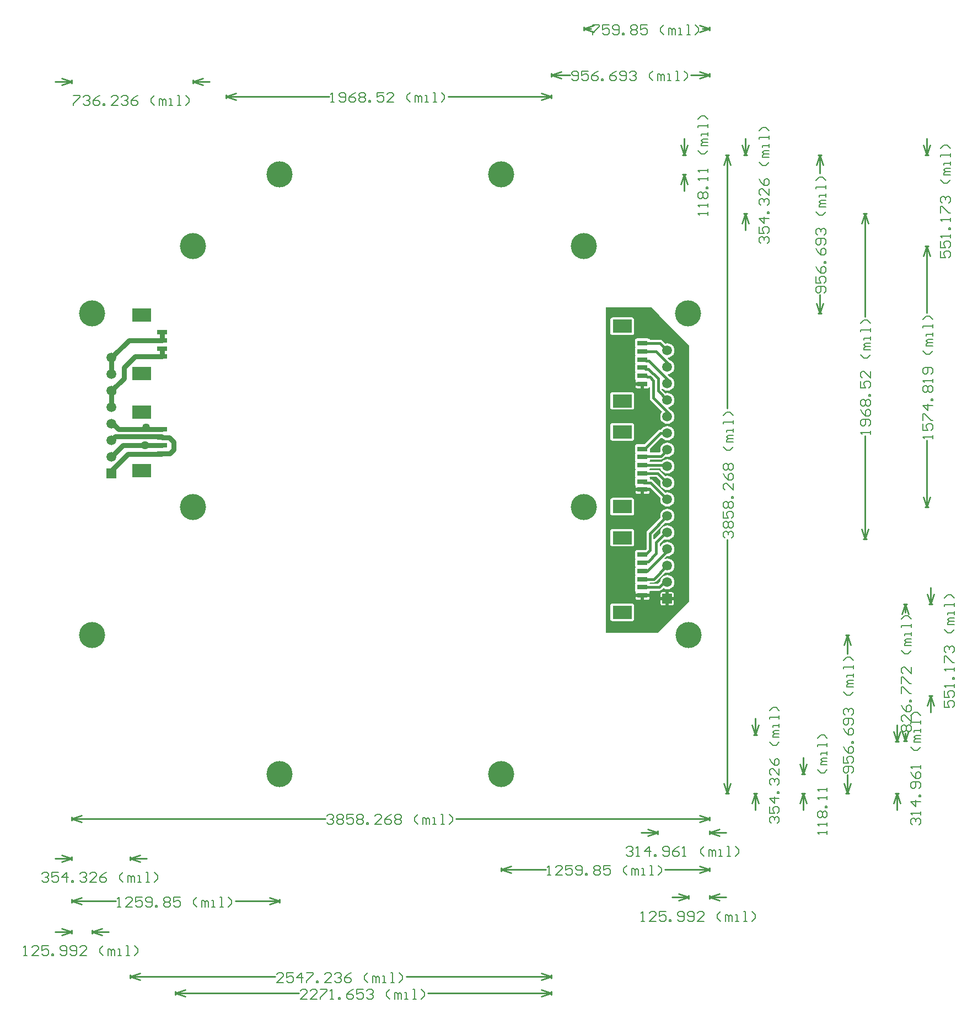
<source format=gbl>
G04*
G04 #@! TF.GenerationSoftware,Altium Limited,Altium Designer,18.1.7 (191)*
G04*
G04 Layer_Physical_Order=2*
G04 Layer_Color=16711680*
%FSLAX25Y25*%
%MOIN*%
G70*
G01*
G75*
%ADD13C,0.01000*%
%ADD14C,0.00600*%
%ADD19C,0.03000*%
%ADD20C,0.05906*%
%ADD21R,0.05906X0.05906*%
%ADD22C,0.15748*%
%ADD23C,0.05000*%
%ADD24R,0.11811X0.07874*%
%ADD25R,0.06299X0.03150*%
%ADD26C,0.01500*%
%ADD27C,0.02000*%
G36*
X355800Y288900D02*
X373800Y270900D01*
Y250500D01*
Y115900D01*
X372500Y114600D01*
X355000Y97100D01*
X323300D01*
Y293600D01*
X351100D01*
X355800Y288900D01*
D02*
G37*
%LPC*%
G36*
X339201Y287605D02*
X327390D01*
X326883Y287504D01*
X326452Y287217D01*
X326165Y286787D01*
X326064Y286280D01*
Y278405D01*
X326165Y277898D01*
X326452Y277468D01*
X326883Y277181D01*
X327390Y277080D01*
X339201D01*
X339708Y277181D01*
X340138Y277468D01*
X340425Y277898D01*
X340526Y278405D01*
Y286280D01*
X340425Y286787D01*
X340138Y287217D01*
X339708Y287504D01*
X339201Y287605D01*
D02*
G37*
G36*
X344500Y246500D02*
X341331D01*
Y245925D01*
X341408Y245535D01*
X341629Y245204D01*
X341960Y244983D01*
X342350Y244906D01*
X344500D01*
Y246500D01*
D02*
G37*
G36*
X348650Y275007D02*
X342350D01*
X341843Y274906D01*
X341413Y274618D01*
X341126Y274188D01*
X341025Y273681D01*
Y270532D01*
X341126Y270024D01*
X341379Y269646D01*
X341126Y269267D01*
X341025Y268760D01*
Y265610D01*
X341126Y265103D01*
X341379Y264724D01*
X341126Y264346D01*
X341025Y263839D01*
Y260689D01*
X341126Y260182D01*
X341379Y259803D01*
X341126Y259425D01*
X341025Y258917D01*
Y255768D01*
X341126Y255260D01*
X341379Y254882D01*
X341126Y254503D01*
X341025Y253996D01*
Y250847D01*
X341126Y250339D01*
X341413Y249909D01*
X341480Y249572D01*
X341408Y249465D01*
X341331Y249075D01*
Y248500D01*
X345500D01*
Y247500D01*
X346500D01*
Y244906D01*
X348650D01*
X349040Y244983D01*
X349371Y245204D01*
X349522Y245431D01*
X350022Y245333D01*
Y239013D01*
X350022Y239013D01*
X350182Y238213D01*
X350635Y237534D01*
X357453Y230716D01*
X356785Y229845D01*
X356357Y228810D01*
X356211Y227700D01*
X356357Y226590D01*
X356785Y225555D01*
X357467Y224667D01*
X358355Y223985D01*
X359390Y223557D01*
X360500Y223411D01*
X361610Y223557D01*
X362645Y223985D01*
X363533Y224667D01*
X364215Y225555D01*
X364643Y226590D01*
X364789Y227700D01*
X364643Y228810D01*
X364215Y229845D01*
X363533Y230733D01*
X362737Y231344D01*
X361050Y233031D01*
X361211Y233504D01*
X361610Y233557D01*
X362645Y233985D01*
X363533Y234667D01*
X364215Y235555D01*
X364643Y236590D01*
X364789Y237700D01*
X364643Y238810D01*
X364215Y239845D01*
X363533Y240733D01*
X362645Y241415D01*
X361610Y241843D01*
X360500Y241989D01*
X359390Y241843D01*
X359335Y241821D01*
X357117Y244039D01*
X357157Y244315D01*
X357688Y244497D01*
X358355Y243985D01*
X359390Y243557D01*
X360500Y243411D01*
X361610Y243557D01*
X362645Y243985D01*
X363533Y244667D01*
X364215Y245555D01*
X364643Y246590D01*
X364789Y247700D01*
X364643Y248810D01*
X364215Y249845D01*
X363533Y250733D01*
X362645Y251415D01*
X362058Y251658D01*
X361978Y251778D01*
X360809Y252947D01*
X360988Y253475D01*
X361610Y253557D01*
X362645Y253985D01*
X363533Y254667D01*
X364215Y255555D01*
X364643Y256590D01*
X364789Y257700D01*
X364643Y258810D01*
X364215Y259845D01*
X363533Y260733D01*
X362645Y261415D01*
X362058Y261658D01*
X361978Y261778D01*
X361978Y261778D01*
X360809Y262947D01*
X360988Y263475D01*
X361610Y263557D01*
X362645Y263985D01*
X363533Y264667D01*
X364215Y265555D01*
X364643Y266590D01*
X364789Y267700D01*
X364643Y268810D01*
X364215Y269845D01*
X363533Y270733D01*
X362645Y271415D01*
X361610Y271843D01*
X360500Y271989D01*
X359390Y271843D01*
X359335Y271821D01*
X357572Y273584D01*
X356894Y274037D01*
X356094Y274197D01*
X356094Y274197D01*
X349869D01*
X349587Y274618D01*
X349157Y274906D01*
X348650Y275007D01*
D02*
G37*
G36*
X339201Y242526D02*
X327390D01*
X326883Y242425D01*
X326452Y242138D01*
X326165Y241708D01*
X326064Y241201D01*
Y233327D01*
X326165Y232820D01*
X326452Y232389D01*
X326883Y232102D01*
X327390Y232001D01*
X339201D01*
X339708Y232102D01*
X340138Y232389D01*
X340425Y232820D01*
X340526Y233327D01*
Y241201D01*
X340425Y241708D01*
X340138Y242138D01*
X339708Y242425D01*
X339201Y242526D01*
D02*
G37*
G36*
X360500Y221989D02*
X359390Y221843D01*
X358355Y221415D01*
X357467Y220733D01*
X356785Y219845D01*
X356763Y219790D01*
X356300D01*
X356300Y219790D01*
X355500Y219631D01*
X354822Y219178D01*
X346751Y211107D01*
X342350D01*
X341843Y211006D01*
X341413Y210718D01*
X341126Y210288D01*
X341025Y209781D01*
Y206631D01*
X341126Y206124D01*
X341379Y205746D01*
X341126Y205367D01*
X341025Y204860D01*
Y201710D01*
X341126Y201203D01*
X341379Y200824D01*
X341126Y200446D01*
X341025Y199939D01*
Y196789D01*
X341126Y196282D01*
X341379Y195903D01*
X341126Y195525D01*
X341025Y195017D01*
Y191868D01*
X341126Y191360D01*
X341379Y190982D01*
X341126Y190603D01*
X341025Y190096D01*
Y186946D01*
X341126Y186439D01*
X341413Y186009D01*
X341480Y185672D01*
X341408Y185565D01*
X341331Y185175D01*
Y184600D01*
X345500D01*
X349669D01*
Y184868D01*
X350169Y185075D01*
X356379Y178865D01*
X356357Y178810D01*
X356211Y177700D01*
X356357Y176590D01*
X356785Y175555D01*
X357467Y174667D01*
X358355Y173985D01*
X359390Y173557D01*
X360500Y173410D01*
X361610Y173557D01*
X362645Y173985D01*
X363533Y174667D01*
X364215Y175555D01*
X364643Y176590D01*
X364789Y177700D01*
X364643Y178810D01*
X364215Y179845D01*
X363533Y180733D01*
X362645Y181415D01*
X361610Y181843D01*
X360500Y181990D01*
X359390Y181843D01*
X359335Y181821D01*
X351978Y189178D01*
X351300Y189631D01*
X350500Y189790D01*
X350500Y189790D01*
X349975D01*
Y190096D01*
X349874Y190603D01*
X349646Y190945D01*
X349898Y191352D01*
X353892D01*
X356379Y188865D01*
X356357Y188810D01*
X356211Y187700D01*
X356357Y186590D01*
X356785Y185555D01*
X357467Y184667D01*
X358355Y183985D01*
X359390Y183557D01*
X360500Y183411D01*
X361610Y183557D01*
X362645Y183985D01*
X363533Y184667D01*
X364215Y185555D01*
X364643Y186590D01*
X364789Y187700D01*
X364643Y188810D01*
X364215Y189845D01*
X363533Y190733D01*
X362645Y191415D01*
X361610Y191843D01*
X360500Y191990D01*
X359390Y191843D01*
X359335Y191821D01*
X356235Y194921D01*
X355557Y195374D01*
X354757Y195533D01*
X354757Y195533D01*
X350002D01*
X349786Y195903D01*
X350002Y196274D01*
X356488D01*
X356785Y195555D01*
X357467Y194667D01*
X358355Y193985D01*
X359390Y193557D01*
X360500Y193411D01*
X361610Y193557D01*
X362645Y193985D01*
X363533Y194667D01*
X364215Y195555D01*
X364643Y196590D01*
X364789Y197700D01*
X364643Y198810D01*
X364215Y199845D01*
X363533Y200733D01*
X362645Y201415D01*
X361610Y201843D01*
X360500Y201990D01*
X359390Y201843D01*
X358355Y201415D01*
X357467Y200733D01*
X357253Y200454D01*
X349898D01*
X349646Y200862D01*
X349874Y201203D01*
X349975Y201710D01*
Y201810D01*
X356700D01*
X356700Y201810D01*
X357500Y201969D01*
X358178Y202422D01*
X359335Y203579D01*
X359390Y203557D01*
X360500Y203411D01*
X361610Y203557D01*
X362645Y203985D01*
X363533Y204667D01*
X364215Y205555D01*
X364643Y206590D01*
X364789Y207700D01*
X364643Y208810D01*
X364215Y209845D01*
X363533Y210733D01*
X362645Y211415D01*
X361610Y211843D01*
X360500Y211989D01*
X359390Y211843D01*
X358355Y211415D01*
X357467Y210733D01*
X356785Y209845D01*
X356357Y208810D01*
X356211Y207700D01*
X356357Y206590D01*
X356379Y206535D01*
X355834Y205990D01*
X350340D01*
X349947Y206490D01*
X349975Y206631D01*
Y208419D01*
X356659Y215103D01*
X357158Y215070D01*
X357467Y214667D01*
X358355Y213985D01*
X359390Y213557D01*
X360500Y213411D01*
X361610Y213557D01*
X362645Y213985D01*
X363533Y214667D01*
X364215Y215555D01*
X364643Y216590D01*
X364789Y217700D01*
X364643Y218810D01*
X364215Y219845D01*
X363533Y220733D01*
X362645Y221415D01*
X361610Y221843D01*
X360500Y221989D01*
D02*
G37*
G36*
X339201Y223705D02*
X327390D01*
X326883Y223604D01*
X326452Y223317D01*
X326165Y222887D01*
X326064Y222379D01*
Y214506D01*
X326165Y213998D01*
X326452Y213568D01*
X326883Y213281D01*
X327390Y213180D01*
X339201D01*
X339708Y213281D01*
X340138Y213568D01*
X340425Y213998D01*
X340526Y214506D01*
Y222379D01*
X340425Y222887D01*
X340138Y223317D01*
X339708Y223604D01*
X339201Y223705D01*
D02*
G37*
G36*
X349669Y182600D02*
X346500D01*
Y181006D01*
X348650D01*
X349040Y181083D01*
X349371Y181304D01*
X349592Y181635D01*
X349669Y182025D01*
Y182600D01*
D02*
G37*
G36*
X344500D02*
X341331D01*
Y182025D01*
X341408Y181635D01*
X341629Y181304D01*
X341960Y181083D01*
X342350Y181006D01*
X344500D01*
Y182600D01*
D02*
G37*
G36*
X339201Y178626D02*
X327390D01*
X326883Y178525D01*
X326452Y178238D01*
X326165Y177808D01*
X326064Y177301D01*
Y169427D01*
X326165Y168920D01*
X326452Y168490D01*
X326883Y168202D01*
X327390Y168101D01*
X339201D01*
X339708Y168202D01*
X340138Y168490D01*
X340425Y168920D01*
X340526Y169427D01*
Y177301D01*
X340425Y177808D01*
X340138Y178238D01*
X339708Y178525D01*
X339201Y178626D01*
D02*
G37*
G36*
X360500Y171990D02*
X359390Y171843D01*
X358355Y171415D01*
X357467Y170733D01*
X356785Y169845D01*
X356357Y168810D01*
X356211Y167700D01*
X356357Y166590D01*
X356379Y166535D01*
X348522Y158678D01*
X348069Y158000D01*
X347910Y157200D01*
X347910Y157200D01*
Y147866D01*
X347251Y147207D01*
X342350D01*
X341843Y147106D01*
X341413Y146818D01*
X341126Y146388D01*
X341025Y145881D01*
Y142731D01*
X341126Y142224D01*
X341379Y141846D01*
X341126Y141467D01*
X341025Y140960D01*
Y137810D01*
X341126Y137303D01*
X341379Y136924D01*
X341126Y136546D01*
X341025Y136039D01*
Y132889D01*
X341126Y132382D01*
X341379Y132003D01*
X341126Y131625D01*
X341025Y131117D01*
Y127968D01*
X341126Y127461D01*
X341379Y127082D01*
X341126Y126703D01*
X341025Y126196D01*
Y123047D01*
X341126Y122539D01*
X341413Y122109D01*
X341480Y121772D01*
X341408Y121665D01*
X341331Y121275D01*
Y120700D01*
X345500D01*
X349669D01*
Y121275D01*
X349592Y121665D01*
X349520Y121772D01*
X349587Y122109D01*
X349869Y122531D01*
X355621D01*
X355621Y122531D01*
X356421Y122690D01*
X357099Y123143D01*
X358121Y124165D01*
X358355Y123985D01*
X359390Y123557D01*
X360500Y123410D01*
X361610Y123557D01*
X362645Y123985D01*
X363533Y124667D01*
X364215Y125555D01*
X364643Y126590D01*
X364789Y127700D01*
X364643Y128810D01*
X364215Y129845D01*
X363533Y130733D01*
X362645Y131415D01*
X361610Y131843D01*
X360500Y131990D01*
X359390Y131843D01*
X358355Y131415D01*
X357467Y130733D01*
X356785Y129845D01*
X356357Y128810D01*
X356281Y128237D01*
X354755Y126711D01*
X350002D01*
X349786Y127082D01*
X350002Y127452D01*
X352343D01*
X352343Y127452D01*
X353142Y127611D01*
X353820Y128065D01*
X359335Y133579D01*
X359390Y133557D01*
X360500Y133411D01*
X361610Y133557D01*
X362354Y133865D01*
X362447Y133883D01*
X362526Y133936D01*
X362645Y133985D01*
X362948Y134218D01*
X363208Y134392D01*
X363319Y134503D01*
X363533Y134667D01*
X364215Y135555D01*
X364643Y136590D01*
X364789Y137700D01*
X364643Y138810D01*
X364215Y139845D01*
X363533Y140733D01*
X362645Y141415D01*
X361610Y141843D01*
X360500Y141990D01*
X359390Y141843D01*
X359142Y141741D01*
X358859Y142165D01*
X360151Y143456D01*
X360500Y143411D01*
X361610Y143557D01*
X362645Y143985D01*
X363533Y144667D01*
X364215Y145555D01*
X364643Y146590D01*
X364789Y147700D01*
X364643Y148810D01*
X364215Y149845D01*
X363533Y150733D01*
X362645Y151415D01*
X361610Y151843D01*
X360500Y151989D01*
X359390Y151843D01*
X358355Y151415D01*
X357467Y150733D01*
X356785Y149845D01*
X356357Y148810D01*
X355890Y148926D01*
Y151034D01*
X358699Y153843D01*
X359390Y153557D01*
X360500Y153410D01*
X361610Y153557D01*
X362645Y153985D01*
X363533Y154667D01*
X364215Y155555D01*
X364643Y156590D01*
X364789Y157700D01*
X364643Y158810D01*
X364215Y159845D01*
X363533Y160733D01*
X362645Y161415D01*
X361610Y161843D01*
X360500Y161989D01*
X359390Y161843D01*
X358355Y161415D01*
X357467Y160733D01*
X356785Y159845D01*
X356357Y158810D01*
X356211Y157700D01*
X356261Y157317D01*
X352590Y153646D01*
X352090Y153853D01*
Y156334D01*
X359335Y163579D01*
X359390Y163557D01*
X360500Y163410D01*
X361610Y163557D01*
X362645Y163985D01*
X363533Y164667D01*
X364215Y165555D01*
X364643Y166590D01*
X364789Y167700D01*
X364643Y168810D01*
X364215Y169845D01*
X363533Y170733D01*
X362645Y171415D01*
X361610Y171843D01*
X360500Y171990D01*
D02*
G37*
G36*
X339201Y159805D02*
X327390D01*
X326883Y159704D01*
X326452Y159417D01*
X326165Y158987D01*
X326064Y158479D01*
Y150605D01*
X326165Y150098D01*
X326452Y149668D01*
X326883Y149381D01*
X327390Y149280D01*
X339201D01*
X339708Y149381D01*
X340138Y149668D01*
X340425Y150098D01*
X340526Y150605D01*
Y158479D01*
X340425Y158987D01*
X340138Y159417D01*
X339708Y159704D01*
X339201Y159805D01*
D02*
G37*
G36*
X363453Y121672D02*
X361500D01*
Y118700D01*
X364472D01*
Y120653D01*
X364395Y121043D01*
X364174Y121374D01*
X363843Y121595D01*
X363453Y121672D01*
D02*
G37*
G36*
X359500D02*
X357547D01*
X357157Y121595D01*
X356826Y121374D01*
X356605Y121043D01*
X356528Y120653D01*
Y118700D01*
X359500D01*
Y121672D01*
D02*
G37*
G36*
X349669Y118700D02*
X346500D01*
Y117106D01*
X348650D01*
X349040Y117183D01*
X349371Y117404D01*
X349592Y117735D01*
X349669Y118125D01*
Y118700D01*
D02*
G37*
G36*
X344500D02*
X341331D01*
Y118125D01*
X341408Y117735D01*
X341629Y117404D01*
X341960Y117183D01*
X342350Y117106D01*
X344500D01*
Y118700D01*
D02*
G37*
G36*
X364472Y116700D02*
X361500D01*
Y113728D01*
X363453D01*
X363843Y113805D01*
X364174Y114026D01*
X364395Y114357D01*
X364472Y114747D01*
Y116700D01*
D02*
G37*
G36*
X359500D02*
X356528D01*
Y114747D01*
X356605Y114357D01*
X356826Y114026D01*
X357157Y113805D01*
X357547Y113728D01*
X359500D01*
Y116700D01*
D02*
G37*
G36*
X339201Y114726D02*
X327390D01*
X326883Y114625D01*
X326452Y114338D01*
X326165Y113908D01*
X326064Y113401D01*
Y105527D01*
X326165Y105019D01*
X326452Y104589D01*
X326883Y104302D01*
X327390Y104201D01*
X339201D01*
X339708Y104302D01*
X340138Y104589D01*
X340425Y105019D01*
X340526Y105527D01*
Y113401D01*
X340425Y113908D01*
X340138Y114338D01*
X339708Y114625D01*
X339201Y114726D01*
D02*
G37*
%LPD*%
D13*
X73824Y429100D02*
Y431100D01*
X200Y429100D02*
Y431100D01*
X73824Y430100D02*
X79824Y428100D01*
X73824Y430100D02*
X79824Y432100D01*
X-5800Y428100D02*
X200Y430100D01*
X-5800Y432100D02*
X200Y430100D01*
X73824D02*
X83824D01*
X-9800D02*
X200D01*
X386100Y461100D02*
Y463100D01*
X310115Y461100D02*
Y463100D01*
X380100Y460100D02*
X386100Y462100D01*
X380100Y464100D02*
X386100Y462100D01*
X310115D02*
X316115Y460100D01*
X310115Y462100D02*
X316115Y464100D01*
X381697Y462100D02*
X386100D01*
X310115D02*
X314518D01*
X516300Y330700D02*
X518300D01*
X516300Y173218D02*
X518300D01*
X517300Y330700D02*
X519300Y324700D01*
X515300D02*
X517300Y330700D01*
Y173218D02*
X519300Y179218D01*
X515300D02*
X517300Y173218D01*
Y290547D02*
Y330700D01*
Y173218D02*
Y213371D01*
X516400Y385900D02*
X518400D01*
X516400Y330783D02*
X518400D01*
X517400Y385900D02*
X519400Y391900D01*
X515400D02*
X517400Y385900D01*
Y330783D02*
X519400Y324783D01*
X515400D02*
X517400Y330783D01*
Y385900D02*
Y395900D01*
Y320783D02*
Y330783D01*
X478900Y350500D02*
X480900D01*
X478900Y153648D02*
X480900D01*
X479900Y350500D02*
X481900Y344500D01*
X477900D02*
X479900Y350500D01*
Y153648D02*
X481900Y159648D01*
X477900D02*
X479900Y153648D01*
Y288163D02*
Y350500D01*
Y153648D02*
Y215985D01*
X290400Y420200D02*
Y422200D01*
X93548Y420200D02*
Y422200D01*
X284400Y419200D02*
X290400Y421200D01*
X284400Y423200D02*
X290400Y421200D01*
X93548D02*
X99548Y419200D01*
X93548Y421200D02*
X99548Y423200D01*
X228063Y421200D02*
X290400D01*
X93548D02*
X155885D01*
X386100Y433200D02*
Y435200D01*
X290431Y433200D02*
Y435200D01*
X380100Y432200D02*
X386100Y434200D01*
X380100Y436200D02*
X386100Y434200D01*
X290431D02*
X296431Y432200D01*
X290431Y434200D02*
X296431Y436200D01*
X374854Y434200D02*
X386100D01*
X290431D02*
X301677D01*
X290300Y-121600D02*
Y-119600D01*
X63135Y-121600D02*
Y-119600D01*
X284300Y-122600D02*
X290300Y-120600D01*
X284300Y-118600D02*
X290300Y-120600D01*
X63135D02*
X69135Y-122600D01*
X63135Y-120600D02*
X69135Y-118600D01*
X215805Y-120600D02*
X290300D01*
X63135D02*
X137629D01*
X290324Y-111500D02*
Y-109500D01*
X35600Y-111500D02*
Y-109500D01*
X284324Y-112500D02*
X290324Y-110500D01*
X284324Y-108500D02*
X290324Y-110500D01*
X35600D02*
X41600Y-112500D01*
X35600Y-110500D02*
X41600Y-108500D01*
X202550Y-110500D02*
X290324D01*
X35600D02*
X123374D01*
X518600Y114300D02*
X520600D01*
X518600Y59183D02*
X520600D01*
X519600Y114300D02*
X521600Y120300D01*
X517600D02*
X519600Y114300D01*
Y59183D02*
X521600Y53183D01*
X517600D02*
X519600Y59183D01*
Y114300D02*
Y124300D01*
Y49183D02*
Y59183D01*
X503500Y114277D02*
X505500D01*
X503500Y31600D02*
X505500D01*
X504500Y114277D02*
X506500Y108277D01*
X502500D02*
X504500Y114277D01*
Y31600D02*
X506500Y37600D01*
X502500D02*
X504500Y31600D01*
Y109527D02*
Y114277D01*
Y31600D02*
Y36350D01*
X498200Y31596D02*
X500200D01*
X498200Y100D02*
X500200D01*
X499200Y31596D02*
X501200Y37596D01*
X497200D02*
X499200Y31596D01*
Y100D02*
X501200Y-5900D01*
X497200D02*
X499200Y100D01*
Y31596D02*
Y41596D01*
Y-9900D02*
Y100D01*
X12800Y-84600D02*
Y-82600D01*
X201Y-84600D02*
Y-82600D01*
X12800Y-83600D02*
X18800Y-85600D01*
X12800Y-83600D02*
X18800Y-81600D01*
X-5799Y-85600D02*
X201Y-83600D01*
X-5799Y-81600D02*
X201Y-83600D01*
X12800D02*
X22800D01*
X-9799D02*
X201D01*
X386100Y-63700D02*
Y-61700D01*
X373501Y-63700D02*
Y-61700D01*
X386100Y-62700D02*
X392100Y-64700D01*
X386100Y-62700D02*
X392100Y-60700D01*
X367501Y-64700D02*
X373501Y-62700D01*
X367501Y-60700D02*
X373501Y-62700D01*
X386100D02*
X396100D01*
X363501D02*
X373501D01*
X451700Y385900D02*
X453700D01*
X451700Y290231D02*
X453700D01*
X452700Y385900D02*
X454700Y379900D01*
X450700D02*
X452700Y385900D01*
Y290231D02*
X454700Y296231D01*
X450700D02*
X452700Y290231D01*
Y374654D02*
Y385900D01*
Y290231D02*
Y301477D01*
X468500Y95769D02*
X470500D01*
X468500Y100D02*
X470500D01*
X469500Y95769D02*
X471500Y89769D01*
X467500D02*
X469500Y95769D01*
Y100D02*
X471500Y6100D01*
X467500D02*
X469500Y100D01*
Y84523D02*
Y95769D01*
Y100D02*
Y11346D01*
X369700Y385900D02*
X371700D01*
X369700Y374089D02*
X371700D01*
X370700Y385900D02*
X372700Y391900D01*
X368700D02*
X370700Y385900D01*
Y374089D02*
X372700Y368089D01*
X368700D02*
X370700Y374089D01*
Y385900D02*
Y395900D01*
Y364089D02*
Y374089D01*
X441800Y11911D02*
X443800D01*
X441800Y100D02*
X443800D01*
X442800Y11911D02*
X444800Y17911D01*
X440800D02*
X442800Y11911D01*
Y100D02*
X444800Y-5900D01*
X440800D02*
X442800Y100D01*
Y11911D02*
Y21911D01*
Y-9900D02*
Y100D01*
X126185Y-66000D02*
Y-64000D01*
X200Y-66000D02*
Y-64000D01*
X120185Y-67000D02*
X126185Y-65000D01*
X120185Y-63000D02*
X126185Y-65000D01*
X200D02*
X6200Y-67000D01*
X200Y-65000D02*
X6200Y-63000D01*
X99281Y-65000D02*
X126185D01*
X200D02*
X27104D01*
X386100Y-46800D02*
Y-44800D01*
X260115Y-46800D02*
Y-44800D01*
X380100Y-47800D02*
X386100Y-45800D01*
X380100Y-43800D02*
X386100Y-45800D01*
X260115D02*
X266115Y-47800D01*
X260115Y-45800D02*
X266115Y-43800D01*
X359196Y-45800D02*
X386100D01*
X260115D02*
X287019D01*
X386100Y-16100D02*
Y-14100D01*
X273Y-16100D02*
Y-14100D01*
X380100Y-17100D02*
X386100Y-15100D01*
X380100Y-13100D02*
X386100Y-15100D01*
X273D02*
X6273Y-17100D01*
X273Y-15100D02*
X6273Y-13100D01*
X232774Y-15100D02*
X386100D01*
X273D02*
X153599D01*
X395800Y385927D02*
X397800D01*
X395800Y100D02*
X397800D01*
X396800Y385927D02*
X398800Y379927D01*
X394800D02*
X396800Y385927D01*
Y100D02*
X398800Y6100D01*
X394800D02*
X396800Y100D01*
Y232601D02*
Y385927D01*
Y100D02*
Y153426D01*
X412800Y35533D02*
X414800D01*
X412800Y100D02*
X414800D01*
X413800Y35533D02*
X415800Y41533D01*
X411800D02*
X413800Y35533D01*
Y100D02*
X415800Y-5900D01*
X411800D02*
X413800Y100D01*
Y35533D02*
Y45533D01*
Y-9900D02*
Y100D01*
X406700Y385900D02*
X408700D01*
X406700Y350467D02*
X408700D01*
X407700Y385900D02*
X409700Y391900D01*
X405700D02*
X407700Y385900D01*
Y350467D02*
X409700Y344467D01*
X405700D02*
X407700Y350467D01*
Y385900D02*
Y395900D01*
Y340467D02*
Y350467D01*
X35633Y-40300D02*
Y-38300D01*
X200Y-40300D02*
Y-38300D01*
X35633Y-39300D02*
X41633Y-41300D01*
X35633Y-39300D02*
X41633Y-37300D01*
X-5800Y-41300D02*
X200Y-39300D01*
X-5800Y-37300D02*
X200Y-39300D01*
X35633D02*
X45633D01*
X-9800D02*
X200D01*
X386100Y-24500D02*
Y-22500D01*
X354604Y-24500D02*
Y-22500D01*
X386100Y-23500D02*
X392100Y-25500D01*
X386100Y-23500D02*
X392100Y-21500D01*
X348604Y-25500D02*
X354604Y-23500D01*
X348604Y-21500D02*
X354604Y-23500D01*
X386100D02*
X396100D01*
X344604D02*
X354604D01*
D14*
X1423Y421702D02*
X5422D01*
Y420702D01*
X1423Y416704D01*
Y415704D01*
X7421Y420702D02*
X8421Y421702D01*
X10420D01*
X11420Y420702D01*
Y419703D01*
X10420Y418703D01*
X9420D01*
X10420D01*
X11420Y417703D01*
Y416704D01*
X10420Y415704D01*
X8421D01*
X7421Y416704D01*
X17418Y421702D02*
X15419Y420702D01*
X13419Y418703D01*
Y416704D01*
X14419Y415704D01*
X16418D01*
X17418Y416704D01*
Y417703D01*
X16418Y418703D01*
X13419D01*
X19417Y415704D02*
Y416704D01*
X20417D01*
Y415704D01*
X19417D01*
X28414D02*
X24416D01*
X28414Y419703D01*
Y420702D01*
X27415Y421702D01*
X25415D01*
X24416Y420702D01*
X30414D02*
X31413Y421702D01*
X33413D01*
X34413Y420702D01*
Y419703D01*
X33413Y418703D01*
X32413D01*
X33413D01*
X34413Y417703D01*
Y416704D01*
X33413Y415704D01*
X31413D01*
X30414Y416704D01*
X40411Y421702D02*
X38411Y420702D01*
X36412Y418703D01*
Y416704D01*
X37411Y415704D01*
X39411D01*
X40411Y416704D01*
Y417703D01*
X39411Y418703D01*
X36412D01*
X50407Y415704D02*
X48408Y417703D01*
Y419703D01*
X50407Y421702D01*
X53406Y415704D02*
Y419703D01*
X54406D01*
X55406Y418703D01*
Y415704D01*
Y418703D01*
X56405Y419703D01*
X57405Y418703D01*
Y415704D01*
X59404D02*
X61404D01*
X60404D01*
Y419703D01*
X59404D01*
X64403Y415704D02*
X66402D01*
X65402D01*
Y421702D01*
X64403D01*
X69401Y415704D02*
X71400Y417703D01*
Y419703D01*
X69401Y421702D01*
X315518Y464499D02*
X319516D01*
Y463499D01*
X315518Y459501D01*
Y458501D01*
X325515Y464499D02*
X321516D01*
Y461500D01*
X323515Y462500D01*
X324515D01*
X325515Y461500D01*
Y459501D01*
X324515Y458501D01*
X322516D01*
X321516Y459501D01*
X327514D02*
X328514Y458501D01*
X330513D01*
X331513Y459501D01*
Y463499D01*
X330513Y464499D01*
X328514D01*
X327514Y463499D01*
Y462500D01*
X328514Y461500D01*
X331513D01*
X333512Y458501D02*
Y459501D01*
X334512D01*
Y458501D01*
X333512D01*
X338510Y463499D02*
X339510Y464499D01*
X341509D01*
X342509Y463499D01*
Y462500D01*
X341509Y461500D01*
X342509Y460500D01*
Y459501D01*
X341509Y458501D01*
X339510D01*
X338510Y459501D01*
Y460500D01*
X339510Y461500D01*
X338510Y462500D01*
Y463499D01*
X339510Y461500D02*
X341509D01*
X348507Y464499D02*
X344508D01*
Y461500D01*
X346508Y462500D01*
X347508D01*
X348507Y461500D01*
Y459501D01*
X347508Y458501D01*
X345508D01*
X344508Y459501D01*
X358504Y458501D02*
X356505Y460500D01*
Y462500D01*
X358504Y464499D01*
X361503Y458501D02*
Y462500D01*
X362503D01*
X363502Y461500D01*
Y458501D01*
Y461500D01*
X364502Y462500D01*
X365502Y461500D01*
Y458501D01*
X367501D02*
X369500D01*
X368501D01*
Y462500D01*
X367501D01*
X372499Y458501D02*
X374499D01*
X373499D01*
Y464499D01*
X372499D01*
X377498Y458501D02*
X379497Y460500D01*
Y462500D01*
X377498Y464499D01*
X520899Y214371D02*
Y216370D01*
Y215371D01*
X514901D01*
X515901Y214371D01*
X514901Y223368D02*
Y219369D01*
X517900D01*
X516900Y221369D01*
Y222368D01*
X517900Y223368D01*
X519899D01*
X520899Y222368D01*
Y220369D01*
X519899Y219369D01*
X514901Y225367D02*
Y229366D01*
X515901D01*
X519899Y225367D01*
X520899D01*
Y234365D02*
X514901D01*
X517900Y231365D01*
Y235364D01*
X520899Y237364D02*
X519899D01*
Y238363D01*
X520899D01*
Y237364D01*
X515901Y242362D02*
X514901Y243362D01*
Y245361D01*
X515901Y246361D01*
X516900D01*
X517900Y245361D01*
X518900Y246361D01*
X519899D01*
X520899Y245361D01*
Y243362D01*
X519899Y242362D01*
X518900D01*
X517900Y243362D01*
X516900Y242362D01*
X515901D01*
X517900Y243362D02*
Y245361D01*
X520899Y248360D02*
Y250359D01*
Y249360D01*
X514901D01*
X515901Y248360D01*
X519899Y253358D02*
X520899Y254358D01*
Y256357D01*
X519899Y257357D01*
X515901D01*
X514901Y256357D01*
Y254358D01*
X515901Y253358D01*
X516900D01*
X517900Y254358D01*
Y257357D01*
X520899Y267354D02*
X518900Y265354D01*
X516900D01*
X514901Y267354D01*
X520899Y270353D02*
X516900D01*
Y271353D01*
X517900Y272352D01*
X520899D01*
X517900D01*
X516900Y273352D01*
X517900Y274352D01*
X520899D01*
Y276351D02*
Y278350D01*
Y277351D01*
X516900D01*
Y276351D01*
X520899Y281349D02*
Y283349D01*
Y282349D01*
X514901D01*
Y281349D01*
X520899Y286348D02*
X518900Y288347D01*
X516900D01*
X514901Y286348D01*
X525798Y327751D02*
Y323752D01*
X528797D01*
X527797Y325752D01*
Y326751D01*
X528797Y327751D01*
X530796D01*
X531796Y326751D01*
Y324752D01*
X530796Y323752D01*
X525798Y333749D02*
Y329750D01*
X528797D01*
X527797Y331750D01*
Y332749D01*
X528797Y333749D01*
X530796D01*
X531796Y332749D01*
Y330750D01*
X530796Y329750D01*
X531796Y335749D02*
Y337748D01*
Y336748D01*
X525798D01*
X526798Y335749D01*
X531796Y340747D02*
X530796D01*
Y341746D01*
X531796D01*
Y340747D01*
Y345745D02*
Y347745D01*
Y346745D01*
X525798D01*
X526798Y345745D01*
X525798Y350744D02*
Y354742D01*
X526798D01*
X530796Y350744D01*
X531796D01*
X526798Y356742D02*
X525798Y357741D01*
Y359741D01*
X526798Y360740D01*
X527797D01*
X528797Y359741D01*
Y358741D01*
Y359741D01*
X529797Y360740D01*
X530796D01*
X531796Y359741D01*
Y357741D01*
X530796Y356742D01*
X531796Y370737D02*
X529797Y368738D01*
X527797D01*
X525798Y370737D01*
X531796Y373736D02*
X527797D01*
Y374736D01*
X528797Y375735D01*
X531796D01*
X528797D01*
X527797Y376735D01*
X528797Y377735D01*
X531796D01*
Y379734D02*
Y381734D01*
Y380734D01*
X527797D01*
Y379734D01*
X531796Y384733D02*
Y386732D01*
Y385732D01*
X525798D01*
Y384733D01*
X531796Y389731D02*
X529797Y391730D01*
X527797D01*
X525798Y389731D01*
X483499Y216985D02*
Y218985D01*
Y217985D01*
X477501D01*
X478501Y216985D01*
X482499Y221984D02*
X483499Y222983D01*
Y224983D01*
X482499Y225982D01*
X478501D01*
X477501Y224983D01*
Y222983D01*
X478501Y221984D01*
X479500D01*
X480500Y222983D01*
Y225982D01*
X477501Y231980D02*
X478501Y229981D01*
X480500Y227982D01*
X482499D01*
X483499Y228981D01*
Y230981D01*
X482499Y231980D01*
X481500D01*
X480500Y230981D01*
Y227982D01*
X478501Y233980D02*
X477501Y234979D01*
Y236979D01*
X478501Y237978D01*
X479500D01*
X480500Y236979D01*
X481500Y237978D01*
X482499D01*
X483499Y236979D01*
Y234979D01*
X482499Y233980D01*
X481500D01*
X480500Y234979D01*
X479500Y233980D01*
X478501D01*
X480500Y234979D02*
Y236979D01*
X483499Y239978D02*
X482499D01*
Y240977D01*
X483499D01*
Y239978D01*
X477501Y248975D02*
Y244976D01*
X480500D01*
X479500Y246975D01*
Y247975D01*
X480500Y248975D01*
X482499D01*
X483499Y247975D01*
Y245976D01*
X482499Y244976D01*
X483499Y254973D02*
Y250974D01*
X479500Y254973D01*
X478501D01*
X477501Y253973D01*
Y251974D01*
X478501Y250974D01*
X483499Y264970D02*
X481500Y262970D01*
X479500D01*
X477501Y264970D01*
X483499Y267969D02*
X479500D01*
Y268968D01*
X480500Y269968D01*
X483499D01*
X480500D01*
X479500Y270968D01*
X480500Y271967D01*
X483499D01*
Y273967D02*
Y275966D01*
Y274966D01*
X479500D01*
Y273967D01*
X483499Y278965D02*
Y280964D01*
Y279965D01*
X477501D01*
Y278965D01*
X483499Y283963D02*
X481500Y285963D01*
X479500D01*
X477501Y283963D01*
X156885Y417601D02*
X158885D01*
X157885D01*
Y423599D01*
X156885Y422599D01*
X161884Y418601D02*
X162883Y417601D01*
X164883D01*
X165882Y418601D01*
Y422599D01*
X164883Y423599D01*
X162883D01*
X161884Y422599D01*
Y421600D01*
X162883Y420600D01*
X165882D01*
X171880Y423599D02*
X169881Y422599D01*
X167882Y420600D01*
Y418601D01*
X168881Y417601D01*
X170881D01*
X171880Y418601D01*
Y419600D01*
X170881Y420600D01*
X167882D01*
X173880Y422599D02*
X174879Y423599D01*
X176879D01*
X177878Y422599D01*
Y421600D01*
X176879Y420600D01*
X177878Y419600D01*
Y418601D01*
X176879Y417601D01*
X174879D01*
X173880Y418601D01*
Y419600D01*
X174879Y420600D01*
X173880Y421600D01*
Y422599D01*
X174879Y420600D02*
X176879D01*
X179878Y417601D02*
Y418601D01*
X180877D01*
Y417601D01*
X179878D01*
X188875Y423599D02*
X184876D01*
Y420600D01*
X186875Y421600D01*
X187875D01*
X188875Y420600D01*
Y418601D01*
X187875Y417601D01*
X185876D01*
X184876Y418601D01*
X194873Y417601D02*
X190874D01*
X194873Y421600D01*
Y422599D01*
X193873Y423599D01*
X191874D01*
X190874Y422599D01*
X204870Y417601D02*
X202870Y419600D01*
Y421600D01*
X204870Y423599D01*
X207869Y417601D02*
Y421600D01*
X208868D01*
X209868Y420600D01*
Y417601D01*
Y420600D01*
X210868Y421600D01*
X211867Y420600D01*
Y417601D01*
X213867D02*
X215866D01*
X214866D01*
Y421600D01*
X213867D01*
X218865Y417601D02*
X220865D01*
X219865D01*
Y423599D01*
X218865D01*
X223864Y417601D02*
X225863Y419600D01*
Y421600D01*
X223864Y423599D01*
X302677Y431601D02*
X303676Y430601D01*
X305676D01*
X306675Y431601D01*
Y435599D01*
X305676Y436599D01*
X303676D01*
X302677Y435599D01*
Y434600D01*
X303676Y433600D01*
X306675D01*
X312673Y436599D02*
X308675D01*
Y433600D01*
X310674Y434600D01*
X311674D01*
X312673Y433600D01*
Y431601D01*
X311674Y430601D01*
X309674D01*
X308675Y431601D01*
X318671Y436599D02*
X316672Y435599D01*
X314673Y433600D01*
Y431601D01*
X315672Y430601D01*
X317672D01*
X318671Y431601D01*
Y432600D01*
X317672Y433600D01*
X314673D01*
X320671Y430601D02*
Y431601D01*
X321671D01*
Y430601D01*
X320671D01*
X329668Y436599D02*
X327669Y435599D01*
X325669Y433600D01*
Y431601D01*
X326669Y430601D01*
X328668D01*
X329668Y431601D01*
Y432600D01*
X328668Y433600D01*
X325669D01*
X331667Y431601D02*
X332667Y430601D01*
X334666D01*
X335666Y431601D01*
Y435599D01*
X334666Y436599D01*
X332667D01*
X331667Y435599D01*
Y434600D01*
X332667Y433600D01*
X335666D01*
X337665Y435599D02*
X338665Y436599D01*
X340664D01*
X341664Y435599D01*
Y434600D01*
X340664Y433600D01*
X339665D01*
X340664D01*
X341664Y432600D01*
Y431601D01*
X340664Y430601D01*
X338665D01*
X337665Y431601D01*
X351661Y430601D02*
X349661Y432600D01*
Y434600D01*
X351661Y436599D01*
X354660Y430601D02*
Y434600D01*
X355660D01*
X356659Y433600D01*
Y430601D01*
Y433600D01*
X357659Y434600D01*
X358659Y433600D01*
Y430601D01*
X360658D02*
X362657D01*
X361658D01*
Y434600D01*
X360658D01*
X365656Y430601D02*
X367656D01*
X366656D01*
Y436599D01*
X365656D01*
X370655Y430601D02*
X372654Y432600D01*
Y434600D01*
X370655Y436599D01*
X142628Y-124199D02*
X138629D01*
X142628Y-120200D01*
Y-119201D01*
X141629Y-118201D01*
X139629D01*
X138629Y-119201D01*
X148626Y-124199D02*
X144627D01*
X148626Y-120200D01*
Y-119201D01*
X147626Y-118201D01*
X145627D01*
X144627Y-119201D01*
X150626Y-118201D02*
X154624D01*
Y-119201D01*
X150626Y-123199D01*
Y-124199D01*
X156624D02*
X158623D01*
X157623D01*
Y-118201D01*
X156624Y-119201D01*
X161622Y-124199D02*
Y-123199D01*
X162622D01*
Y-124199D01*
X161622D01*
X170619Y-118201D02*
X168620Y-119201D01*
X166620Y-121200D01*
Y-123199D01*
X167620Y-124199D01*
X169619D01*
X170619Y-123199D01*
Y-122200D01*
X169619Y-121200D01*
X166620D01*
X176617Y-118201D02*
X172618D01*
Y-121200D01*
X174618Y-120200D01*
X175618D01*
X176617Y-121200D01*
Y-123199D01*
X175618Y-124199D01*
X173618D01*
X172618Y-123199D01*
X178616Y-119201D02*
X179616Y-118201D01*
X181616D01*
X182615Y-119201D01*
Y-120200D01*
X181616Y-121200D01*
X180616D01*
X181616D01*
X182615Y-122200D01*
Y-123199D01*
X181616Y-124199D01*
X179616D01*
X178616Y-123199D01*
X192612Y-124199D02*
X190613Y-122200D01*
Y-120200D01*
X192612Y-118201D01*
X195611Y-124199D02*
Y-120200D01*
X196611D01*
X197610Y-121200D01*
Y-124199D01*
Y-121200D01*
X198610Y-120200D01*
X199610Y-121200D01*
Y-124199D01*
X201609D02*
X203608D01*
X202609D01*
Y-120200D01*
X201609D01*
X206608Y-124199D02*
X208607D01*
X207607D01*
Y-118201D01*
X206608D01*
X211606Y-124199D02*
X213605Y-122200D01*
Y-120200D01*
X211606Y-118201D01*
X128373Y-114099D02*
X124374D01*
X128373Y-110100D01*
Y-109101D01*
X127373Y-108101D01*
X125374D01*
X124374Y-109101D01*
X134371Y-108101D02*
X130372D01*
Y-111100D01*
X132371Y-110100D01*
X133371D01*
X134371Y-111100D01*
Y-113099D01*
X133371Y-114099D01*
X131372D01*
X130372Y-113099D01*
X139369Y-114099D02*
Y-108101D01*
X136370Y-111100D01*
X140369D01*
X142368Y-108101D02*
X146367D01*
Y-109101D01*
X142368Y-113099D01*
Y-114099D01*
X148366D02*
Y-113099D01*
X149366D01*
Y-114099D01*
X148366D01*
X157363D02*
X153365D01*
X157363Y-110100D01*
Y-109101D01*
X156364Y-108101D01*
X154364D01*
X153365Y-109101D01*
X159363D02*
X160363Y-108101D01*
X162362D01*
X163362Y-109101D01*
Y-110100D01*
X162362Y-111100D01*
X161362D01*
X162362D01*
X163362Y-112100D01*
Y-113099D01*
X162362Y-114099D01*
X160363D01*
X159363Y-113099D01*
X169360Y-108101D02*
X167360Y-109101D01*
X165361Y-111100D01*
Y-113099D01*
X166360Y-114099D01*
X168360D01*
X169360Y-113099D01*
Y-112100D01*
X168360Y-111100D01*
X165361D01*
X179356Y-114099D02*
X177357Y-112100D01*
Y-110100D01*
X179356Y-108101D01*
X182355Y-114099D02*
Y-110100D01*
X183355D01*
X184355Y-111100D01*
Y-114099D01*
Y-111100D01*
X185354Y-110100D01*
X186354Y-111100D01*
Y-114099D01*
X188353D02*
X190353D01*
X189353D01*
Y-110100D01*
X188353D01*
X193352Y-114099D02*
X195351D01*
X194351D01*
Y-108101D01*
X193352D01*
X198350Y-114099D02*
X200349Y-112100D01*
Y-110100D01*
X198350Y-108101D01*
X527998Y56151D02*
Y52152D01*
X530997D01*
X529997Y54152D01*
Y55151D01*
X530997Y56151D01*
X532996D01*
X533996Y55151D01*
Y53152D01*
X532996Y52152D01*
X527998Y62149D02*
Y58150D01*
X530997D01*
X529997Y60150D01*
Y61149D01*
X530997Y62149D01*
X532996D01*
X533996Y61149D01*
Y59150D01*
X532996Y58150D01*
X533996Y64148D02*
Y66148D01*
Y65148D01*
X527998D01*
X528998Y64148D01*
X533996Y69147D02*
X532996D01*
Y70147D01*
X533996D01*
Y69147D01*
Y74145D02*
Y76145D01*
Y75145D01*
X527998D01*
X528998Y74145D01*
X527998Y79144D02*
Y83142D01*
X528998D01*
X532996Y79144D01*
X533996D01*
X528998Y85142D02*
X527998Y86141D01*
Y88141D01*
X528998Y89140D01*
X529997D01*
X530997Y88141D01*
Y87141D01*
Y88141D01*
X531997Y89140D01*
X532996D01*
X533996Y88141D01*
Y86141D01*
X532996Y85142D01*
X533996Y99137D02*
X531997Y97138D01*
X529997D01*
X527998Y99137D01*
X533996Y102136D02*
X529997D01*
Y103136D01*
X530997Y104136D01*
X533996D01*
X530997D01*
X529997Y105135D01*
X530997Y106135D01*
X533996D01*
Y108134D02*
Y110134D01*
Y109134D01*
X529997D01*
Y108134D01*
X533996Y113133D02*
Y115132D01*
Y114132D01*
X527998D01*
Y113133D01*
X533996Y118131D02*
X531997Y120130D01*
X529997D01*
X527998Y118131D01*
X503101Y37350D02*
X502101Y38350D01*
Y40349D01*
X503101Y41349D01*
X504100D01*
X505100Y40349D01*
X506100Y41349D01*
X507099D01*
X508099Y40349D01*
Y38350D01*
X507099Y37350D01*
X506100D01*
X505100Y38350D01*
X504100Y37350D01*
X503101D01*
X505100Y38350D02*
Y40349D01*
X508099Y47347D02*
Y43348D01*
X504100Y47347D01*
X503101D01*
X502101Y46347D01*
Y44348D01*
X503101Y43348D01*
X502101Y53345D02*
X503101Y51345D01*
X505100Y49346D01*
X507099D01*
X508099Y50346D01*
Y52345D01*
X507099Y53345D01*
X506100D01*
X505100Y52345D01*
Y49346D01*
X508099Y55344D02*
X507099D01*
Y56344D01*
X508099D01*
Y55344D01*
X502101Y60343D02*
Y64341D01*
X503101D01*
X507099Y60343D01*
X508099D01*
X502101Y66341D02*
Y70339D01*
X503101D01*
X507099Y66341D01*
X508099D01*
Y76337D02*
Y72339D01*
X504100Y76337D01*
X503101D01*
X502101Y75338D01*
Y73338D01*
X503101Y72339D01*
X508099Y86334D02*
X506100Y84335D01*
X504100D01*
X502101Y86334D01*
X508099Y89333D02*
X504100D01*
Y90333D01*
X505100Y91332D01*
X508099D01*
X505100D01*
X504100Y92332D01*
X505100Y93332D01*
X508099D01*
Y95331D02*
Y97330D01*
Y96331D01*
X504100D01*
Y95331D01*
X508099Y100329D02*
Y102329D01*
Y101329D01*
X502101D01*
Y100329D01*
X508099Y105328D02*
X506100Y107327D01*
X504100D01*
X502101Y105328D01*
X508598Y-18741D02*
X507598Y-17741D01*
Y-15742D01*
X508598Y-14742D01*
X509597D01*
X510597Y-15742D01*
Y-16742D01*
Y-15742D01*
X511597Y-14742D01*
X512596D01*
X513596Y-15742D01*
Y-17741D01*
X512596Y-18741D01*
X513596Y-12743D02*
Y-10744D01*
Y-11743D01*
X507598D01*
X508598Y-12743D01*
X513596Y-4746D02*
X507598D01*
X510597Y-7745D01*
Y-3746D01*
X513596Y-1746D02*
X512596D01*
Y-747D01*
X513596D01*
Y-1746D01*
X512596Y3252D02*
X513596Y4252D01*
Y6251D01*
X512596Y7251D01*
X508598D01*
X507598Y6251D01*
Y4252D01*
X508598Y3252D01*
X509597D01*
X510597Y4252D01*
Y7251D01*
X507598Y13249D02*
X508598Y11249D01*
X510597Y9250D01*
X512596D01*
X513596Y10250D01*
Y12249D01*
X512596Y13249D01*
X511597D01*
X510597Y12249D01*
Y9250D01*
X513596Y15248D02*
Y17247D01*
Y16248D01*
X507598D01*
X508598Y15248D01*
X513596Y28244D02*
X511597Y26245D01*
X509597D01*
X507598Y28244D01*
X513596Y31243D02*
X509597D01*
Y32243D01*
X510597Y33242D01*
X513596D01*
X510597D01*
X509597Y34242D01*
X510597Y35242D01*
X513596D01*
Y37241D02*
Y39240D01*
Y38241D01*
X509597D01*
Y37241D01*
X513596Y42239D02*
Y44239D01*
Y43239D01*
X507598D01*
Y42239D01*
X513596Y47238D02*
X511597Y49237D01*
X509597D01*
X507598Y47238D01*
X-28588Y-97996D02*
X-26589D01*
X-27589D01*
Y-91998D01*
X-28588Y-92998D01*
X-19591Y-97996D02*
X-23590D01*
X-19591Y-93997D01*
Y-92998D01*
X-20591Y-91998D01*
X-22590D01*
X-23590Y-92998D01*
X-13593Y-91998D02*
X-17592D01*
Y-94997D01*
X-15593Y-93997D01*
X-14593D01*
X-13593Y-94997D01*
Y-96996D01*
X-14593Y-97996D01*
X-16592D01*
X-17592Y-96996D01*
X-11594Y-97996D02*
Y-96996D01*
X-10594D01*
Y-97996D01*
X-11594D01*
X-6596Y-96996D02*
X-5596Y-97996D01*
X-3596D01*
X-2597Y-96996D01*
Y-92998D01*
X-3596Y-91998D01*
X-5596D01*
X-6596Y-92998D01*
Y-93997D01*
X-5596Y-94997D01*
X-2597D01*
X-598Y-96996D02*
X402Y-97996D01*
X2402D01*
X3401Y-96996D01*
Y-92998D01*
X2402Y-91998D01*
X402D01*
X-598Y-92998D01*
Y-93997D01*
X402Y-94997D01*
X3401D01*
X9399Y-97996D02*
X5401D01*
X9399Y-93997D01*
Y-92998D01*
X8400Y-91998D01*
X6400D01*
X5401Y-92998D01*
X19396Y-97996D02*
X17397Y-95997D01*
Y-93997D01*
X19396Y-91998D01*
X22395Y-97996D02*
Y-93997D01*
X23395D01*
X24394Y-94997D01*
Y-97996D01*
Y-94997D01*
X25394Y-93997D01*
X26394Y-94997D01*
Y-97996D01*
X28393D02*
X30393D01*
X29393D01*
Y-93997D01*
X28393D01*
X33391Y-97996D02*
X35391D01*
X34391D01*
Y-91998D01*
X33391D01*
X38390Y-97996D02*
X40389Y-95997D01*
Y-93997D01*
X38390Y-91998D01*
X344712Y-77096D02*
X346711D01*
X345711D01*
Y-71098D01*
X344712Y-72098D01*
X353709Y-77096D02*
X349710D01*
X353709Y-73097D01*
Y-72098D01*
X352709Y-71098D01*
X350710D01*
X349710Y-72098D01*
X359707Y-71098D02*
X355708D01*
Y-74097D01*
X357707Y-73097D01*
X358707D01*
X359707Y-74097D01*
Y-76096D01*
X358707Y-77096D01*
X356708D01*
X355708Y-76096D01*
X361706Y-77096D02*
Y-76096D01*
X362706D01*
Y-77096D01*
X361706D01*
X366704Y-76096D02*
X367704Y-77096D01*
X369704D01*
X370703Y-76096D01*
Y-72098D01*
X369704Y-71098D01*
X367704D01*
X366704Y-72098D01*
Y-73097D01*
X367704Y-74097D01*
X370703D01*
X372703Y-76096D02*
X373702Y-77096D01*
X375701D01*
X376701Y-76096D01*
Y-72098D01*
X375701Y-71098D01*
X373702D01*
X372703Y-72098D01*
Y-73097D01*
X373702Y-74097D01*
X376701D01*
X382699Y-77096D02*
X378701D01*
X382699Y-73097D01*
Y-72098D01*
X381700Y-71098D01*
X379700D01*
X378701Y-72098D01*
X392696Y-77096D02*
X390697Y-75097D01*
Y-73097D01*
X392696Y-71098D01*
X395695Y-77096D02*
Y-73097D01*
X396695D01*
X397694Y-74097D01*
Y-77096D01*
Y-74097D01*
X398694Y-73097D01*
X399694Y-74097D01*
Y-77096D01*
X401693D02*
X403692D01*
X402693D01*
Y-73097D01*
X401693D01*
X406692Y-77096D02*
X408691D01*
X407691D01*
Y-71098D01*
X406692D01*
X411690Y-77096D02*
X413689Y-75097D01*
Y-73097D01*
X411690Y-71098D01*
X455299Y302477D02*
X456299Y303476D01*
Y305476D01*
X455299Y306475D01*
X451301D01*
X450301Y305476D01*
Y303476D01*
X451301Y302477D01*
X452300D01*
X453300Y303476D01*
Y306475D01*
X450301Y312474D02*
Y308475D01*
X453300D01*
X452300Y310474D01*
Y311474D01*
X453300Y312474D01*
X455299D01*
X456299Y311474D01*
Y309474D01*
X455299Y308475D01*
X450301Y318472D02*
X451301Y316472D01*
X453300Y314473D01*
X455299D01*
X456299Y315473D01*
Y317472D01*
X455299Y318472D01*
X454300D01*
X453300Y317472D01*
Y314473D01*
X456299Y320471D02*
X455299D01*
Y321470D01*
X456299D01*
Y320471D01*
X450301Y329468D02*
X451301Y327469D01*
X453300Y325469D01*
X455299D01*
X456299Y326469D01*
Y328468D01*
X455299Y329468D01*
X454300D01*
X453300Y328468D01*
Y325469D01*
X455299Y331467D02*
X456299Y332467D01*
Y334466D01*
X455299Y335466D01*
X451301D01*
X450301Y334466D01*
Y332467D01*
X451301Y331467D01*
X452300D01*
X453300Y332467D01*
Y335466D01*
X451301Y337465D02*
X450301Y338465D01*
Y340464D01*
X451301Y341464D01*
X452300D01*
X453300Y340464D01*
Y339465D01*
Y340464D01*
X454300Y341464D01*
X455299D01*
X456299Y340464D01*
Y338465D01*
X455299Y337465D01*
X456299Y351461D02*
X454300Y349462D01*
X452300D01*
X450301Y351461D01*
X456299Y354460D02*
X452300D01*
Y355459D01*
X453300Y356459D01*
X456299D01*
X453300D01*
X452300Y357459D01*
X453300Y358459D01*
X456299D01*
Y360458D02*
Y362457D01*
Y361458D01*
X452300D01*
Y360458D01*
X456299Y365456D02*
Y367456D01*
Y366456D01*
X450301D01*
Y365456D01*
X456299Y370455D02*
X454300Y372454D01*
X452300D01*
X450301Y370455D01*
X472099Y12346D02*
X473099Y13346D01*
Y15345D01*
X472099Y16345D01*
X468101D01*
X467101Y15345D01*
Y13346D01*
X468101Y12346D01*
X469100D01*
X470100Y13346D01*
Y16345D01*
X467101Y22343D02*
Y18344D01*
X470100D01*
X469100Y20343D01*
Y21343D01*
X470100Y22343D01*
X472099D01*
X473099Y21343D01*
Y19344D01*
X472099Y18344D01*
X467101Y28341D02*
X468101Y26341D01*
X470100Y24342D01*
X472099D01*
X473099Y25342D01*
Y27341D01*
X472099Y28341D01*
X471100D01*
X470100Y27341D01*
Y24342D01*
X473099Y30340D02*
X472099D01*
Y31340D01*
X473099D01*
Y30340D01*
X467101Y39337D02*
X468101Y37338D01*
X470100Y35339D01*
X472099D01*
X473099Y36338D01*
Y38338D01*
X472099Y39337D01*
X471100D01*
X470100Y38338D01*
Y35339D01*
X472099Y41337D02*
X473099Y42336D01*
Y44336D01*
X472099Y45335D01*
X468101D01*
X467101Y44336D01*
Y42336D01*
X468101Y41337D01*
X469100D01*
X470100Y42336D01*
Y45335D01*
X468101Y47335D02*
X467101Y48334D01*
Y50334D01*
X468101Y51333D01*
X469100D01*
X470100Y50334D01*
Y49334D01*
Y50334D01*
X471100Y51333D01*
X472099D01*
X473099Y50334D01*
Y48334D01*
X472099Y47335D01*
X473099Y61330D02*
X471100Y59331D01*
X469100D01*
X467101Y61330D01*
X473099Y64329D02*
X469100D01*
Y65329D01*
X470100Y66329D01*
X473099D01*
X470100D01*
X469100Y67328D01*
X470100Y68328D01*
X473099D01*
Y70327D02*
Y72327D01*
Y71327D01*
X469100D01*
Y70327D01*
X473099Y75326D02*
Y77325D01*
Y76325D01*
X467101D01*
Y75326D01*
X473099Y80324D02*
X471100Y82323D01*
X469100D01*
X467101Y80324D01*
X385096Y349404D02*
Y351404D01*
Y350404D01*
X379098D01*
X380098Y349404D01*
X385096Y354403D02*
Y356402D01*
Y355402D01*
X379098D01*
X380098Y354403D01*
Y359401D02*
X379098Y360401D01*
Y362400D01*
X380098Y363400D01*
X381097D01*
X382097Y362400D01*
X383097Y363400D01*
X384096D01*
X385096Y362400D01*
Y360401D01*
X384096Y359401D01*
X383097D01*
X382097Y360401D01*
X381097Y359401D01*
X380098D01*
X382097Y360401D02*
Y362400D01*
X385096Y365399D02*
X384096D01*
Y366399D01*
X385096D01*
Y365399D01*
Y370397D02*
Y372397D01*
Y371397D01*
X379098D01*
X380098Y370397D01*
X385096Y375396D02*
Y377395D01*
Y376396D01*
X379098D01*
X380098Y375396D01*
X385096Y388392D02*
X383097Y386392D01*
X381097D01*
X379098Y388392D01*
X385096Y391391D02*
X381097D01*
Y392390D01*
X382097Y393390D01*
X385096D01*
X382097D01*
X381097Y394390D01*
X382097Y395389D01*
X385096D01*
Y397389D02*
Y399388D01*
Y398388D01*
X381097D01*
Y397389D01*
X385096Y402387D02*
Y404386D01*
Y403387D01*
X379098D01*
Y402387D01*
X385096Y407385D02*
X383097Y409385D01*
X381097D01*
X379098Y407385D01*
X457196Y-24585D02*
Y-22585D01*
Y-23585D01*
X451198D01*
X452198Y-24585D01*
X457196Y-19586D02*
Y-17587D01*
Y-18587D01*
X451198D01*
X452198Y-19586D01*
Y-14588D02*
X451198Y-13588D01*
Y-11589D01*
X452198Y-10589D01*
X453197D01*
X454197Y-11589D01*
X455197Y-10589D01*
X456196D01*
X457196Y-11589D01*
Y-13588D01*
X456196Y-14588D01*
X455197D01*
X454197Y-13588D01*
X453197Y-14588D01*
X452198D01*
X454197Y-13588D02*
Y-11589D01*
X457196Y-8590D02*
X456196D01*
Y-7590D01*
X457196D01*
Y-8590D01*
Y-3592D02*
Y-1592D01*
Y-2592D01*
X451198D01*
X452198Y-3592D01*
X457196Y1407D02*
Y3406D01*
Y2406D01*
X451198D01*
X452198Y1407D01*
X457196Y14403D02*
X455197Y12403D01*
X453197D01*
X451198Y14403D01*
X457196Y17402D02*
X453197D01*
Y18401D01*
X454197Y19401D01*
X457196D01*
X454197D01*
X453197Y20401D01*
X454197Y21400D01*
X457196D01*
Y23400D02*
Y25399D01*
Y24399D01*
X453197D01*
Y23400D01*
X457196Y28398D02*
Y30397D01*
Y29398D01*
X451198D01*
Y28398D01*
X457196Y33396D02*
X455197Y35396D01*
X453197D01*
X451198Y33396D01*
X28104Y-68599D02*
X30103D01*
X29103D01*
Y-62601D01*
X28104Y-63601D01*
X37101Y-68599D02*
X33102D01*
X37101Y-64600D01*
Y-63601D01*
X36101Y-62601D01*
X34102D01*
X33102Y-63601D01*
X43099Y-62601D02*
X39100D01*
Y-65600D01*
X41100Y-64600D01*
X42099D01*
X43099Y-65600D01*
Y-67599D01*
X42099Y-68599D01*
X40100D01*
X39100Y-67599D01*
X45098D02*
X46098Y-68599D01*
X48097D01*
X49097Y-67599D01*
Y-63601D01*
X48097Y-62601D01*
X46098D01*
X45098Y-63601D01*
Y-64600D01*
X46098Y-65600D01*
X49097D01*
X51096Y-68599D02*
Y-67599D01*
X52096D01*
Y-68599D01*
X51096D01*
X56095Y-63601D02*
X57094Y-62601D01*
X59094D01*
X60093Y-63601D01*
Y-64600D01*
X59094Y-65600D01*
X60093Y-66600D01*
Y-67599D01*
X59094Y-68599D01*
X57094D01*
X56095Y-67599D01*
Y-66600D01*
X57094Y-65600D01*
X56095Y-64600D01*
Y-63601D01*
X57094Y-65600D02*
X59094D01*
X66091Y-62601D02*
X62093D01*
Y-65600D01*
X64092Y-64600D01*
X65092D01*
X66091Y-65600D01*
Y-67599D01*
X65092Y-68599D01*
X63092D01*
X62093Y-67599D01*
X76088Y-68599D02*
X74089Y-66600D01*
Y-64600D01*
X76088Y-62601D01*
X79087Y-68599D02*
Y-64600D01*
X80087D01*
X81086Y-65600D01*
Y-68599D01*
Y-65600D01*
X82086Y-64600D01*
X83086Y-65600D01*
Y-68599D01*
X85085D02*
X87085D01*
X86085D01*
Y-64600D01*
X85085D01*
X90084Y-68599D02*
X92083D01*
X91083D01*
Y-62601D01*
X90084D01*
X95082Y-68599D02*
X97081Y-66600D01*
Y-64600D01*
X95082Y-62601D01*
X288019Y-49399D02*
X290018D01*
X289018D01*
Y-43401D01*
X288019Y-44401D01*
X297016Y-49399D02*
X293017D01*
X297016Y-45400D01*
Y-44401D01*
X296016Y-43401D01*
X294017D01*
X293017Y-44401D01*
X303014Y-43401D02*
X299015D01*
Y-46400D01*
X301014Y-45400D01*
X302014D01*
X303014Y-46400D01*
Y-48399D01*
X302014Y-49399D01*
X300015D01*
X299015Y-48399D01*
X305013D02*
X306013Y-49399D01*
X308012D01*
X309012Y-48399D01*
Y-44401D01*
X308012Y-43401D01*
X306013D01*
X305013Y-44401D01*
Y-45400D01*
X306013Y-46400D01*
X309012D01*
X311011Y-49399D02*
Y-48399D01*
X312011D01*
Y-49399D01*
X311011D01*
X316010Y-44401D02*
X317009Y-43401D01*
X319009D01*
X320008Y-44401D01*
Y-45400D01*
X319009Y-46400D01*
X320008Y-47400D01*
Y-48399D01*
X319009Y-49399D01*
X317009D01*
X316010Y-48399D01*
Y-47400D01*
X317009Y-46400D01*
X316010Y-45400D01*
Y-44401D01*
X317009Y-46400D02*
X319009D01*
X326006Y-43401D02*
X322008D01*
Y-46400D01*
X324007Y-45400D01*
X325007D01*
X326006Y-46400D01*
Y-48399D01*
X325007Y-49399D01*
X323007D01*
X322008Y-48399D01*
X336003Y-49399D02*
X334004Y-47400D01*
Y-45400D01*
X336003Y-43401D01*
X339002Y-49399D02*
Y-45400D01*
X340002D01*
X341002Y-46400D01*
Y-49399D01*
Y-46400D01*
X342001Y-45400D01*
X343001Y-46400D01*
Y-49399D01*
X345000D02*
X347000D01*
X346000D01*
Y-45400D01*
X345000D01*
X349999Y-49399D02*
X351998D01*
X350998D01*
Y-43401D01*
X349999D01*
X354997Y-49399D02*
X356996Y-47400D01*
Y-45400D01*
X354997Y-43401D01*
X154599Y-13701D02*
X155599Y-12701D01*
X157598D01*
X158598Y-13701D01*
Y-14700D01*
X157598Y-15700D01*
X156598D01*
X157598D01*
X158598Y-16700D01*
Y-17699D01*
X157598Y-18699D01*
X155599D01*
X154599Y-17699D01*
X160597Y-13701D02*
X161597Y-12701D01*
X163596D01*
X164596Y-13701D01*
Y-14700D01*
X163596Y-15700D01*
X164596Y-16700D01*
Y-17699D01*
X163596Y-18699D01*
X161597D01*
X160597Y-17699D01*
Y-16700D01*
X161597Y-15700D01*
X160597Y-14700D01*
Y-13701D01*
X161597Y-15700D02*
X163596D01*
X170594Y-12701D02*
X166595D01*
Y-15700D01*
X168594Y-14700D01*
X169594D01*
X170594Y-15700D01*
Y-17699D01*
X169594Y-18699D01*
X167595D01*
X166595Y-17699D01*
X172593Y-13701D02*
X173593Y-12701D01*
X175592D01*
X176592Y-13701D01*
Y-14700D01*
X175592Y-15700D01*
X176592Y-16700D01*
Y-17699D01*
X175592Y-18699D01*
X173593D01*
X172593Y-17699D01*
Y-16700D01*
X173593Y-15700D01*
X172593Y-14700D01*
Y-13701D01*
X173593Y-15700D02*
X175592D01*
X178591Y-18699D02*
Y-17699D01*
X179591D01*
Y-18699D01*
X178591D01*
X187588D02*
X183589D01*
X187588Y-14700D01*
Y-13701D01*
X186589Y-12701D01*
X184589D01*
X183589Y-13701D01*
X193586Y-12701D02*
X191587Y-13701D01*
X189588Y-15700D01*
Y-17699D01*
X190587Y-18699D01*
X192587D01*
X193586Y-17699D01*
Y-16700D01*
X192587Y-15700D01*
X189588D01*
X195586Y-13701D02*
X196585Y-12701D01*
X198585D01*
X199584Y-13701D01*
Y-14700D01*
X198585Y-15700D01*
X199584Y-16700D01*
Y-17699D01*
X198585Y-18699D01*
X196585D01*
X195586Y-17699D01*
Y-16700D01*
X196585Y-15700D01*
X195586Y-14700D01*
Y-13701D01*
X196585Y-15700D02*
X198585D01*
X209581Y-18699D02*
X207582Y-16700D01*
Y-14700D01*
X209581Y-12701D01*
X212580Y-18699D02*
Y-14700D01*
X213580D01*
X214580Y-15700D01*
Y-18699D01*
Y-15700D01*
X215579Y-14700D01*
X216579Y-15700D01*
Y-18699D01*
X218578D02*
X220578D01*
X219578D01*
Y-14700D01*
X218578D01*
X223577Y-18699D02*
X225576D01*
X224576D01*
Y-12701D01*
X223577D01*
X228575Y-18699D02*
X230574Y-16700D01*
Y-14700D01*
X228575Y-12701D01*
X395401Y154426D02*
X394401Y155425D01*
Y157425D01*
X395401Y158424D01*
X396400D01*
X397400Y157425D01*
Y156425D01*
Y157425D01*
X398400Y158424D01*
X399399D01*
X400399Y157425D01*
Y155425D01*
X399399Y154426D01*
X395401Y160424D02*
X394401Y161423D01*
Y163423D01*
X395401Y164423D01*
X396400D01*
X397400Y163423D01*
X398400Y164423D01*
X399399D01*
X400399Y163423D01*
Y161423D01*
X399399Y160424D01*
X398400D01*
X397400Y161423D01*
X396400Y160424D01*
X395401D01*
X397400Y161423D02*
Y163423D01*
X394401Y170421D02*
Y166422D01*
X397400D01*
X396400Y168421D01*
Y169421D01*
X397400Y170421D01*
X399399D01*
X400399Y169421D01*
Y167421D01*
X399399Y166422D01*
X395401Y172420D02*
X394401Y173419D01*
Y175419D01*
X395401Y176419D01*
X396400D01*
X397400Y175419D01*
X398400Y176419D01*
X399399D01*
X400399Y175419D01*
Y173419D01*
X399399Y172420D01*
X398400D01*
X397400Y173419D01*
X396400Y172420D01*
X395401D01*
X397400Y173419D02*
Y175419D01*
X400399Y178418D02*
X399399D01*
Y179418D01*
X400399D01*
Y178418D01*
Y187415D02*
Y183416D01*
X396400Y187415D01*
X395401D01*
X394401Y186415D01*
Y184416D01*
X395401Y183416D01*
X394401Y193413D02*
X395401Y191414D01*
X397400Y189414D01*
X399399D01*
X400399Y190414D01*
Y192413D01*
X399399Y193413D01*
X398400D01*
X397400Y192413D01*
Y189414D01*
X395401Y195412D02*
X394401Y196412D01*
Y198411D01*
X395401Y199411D01*
X396400D01*
X397400Y198411D01*
X398400Y199411D01*
X399399D01*
X400399Y198411D01*
Y196412D01*
X399399Y195412D01*
X398400D01*
X397400Y196412D01*
X396400Y195412D01*
X395401D01*
X397400Y196412D02*
Y198411D01*
X400399Y209408D02*
X398400Y207408D01*
X396400D01*
X394401Y209408D01*
X400399Y212407D02*
X396400D01*
Y213407D01*
X397400Y214406D01*
X400399D01*
X397400D01*
X396400Y215406D01*
X397400Y216406D01*
X400399D01*
Y218405D02*
Y220404D01*
Y219405D01*
X396400D01*
Y218405D01*
X400399Y223403D02*
Y225403D01*
Y224403D01*
X394401D01*
Y223403D01*
X400399Y228402D02*
X398400Y230401D01*
X396400D01*
X394401Y228402D01*
X423198Y-17772D02*
X422198Y-16773D01*
Y-14773D01*
X423198Y-13774D01*
X424197D01*
X425197Y-14773D01*
Y-15773D01*
Y-14773D01*
X426197Y-13774D01*
X427196D01*
X428196Y-14773D01*
Y-16773D01*
X427196Y-17772D01*
X422198Y-7776D02*
Y-11774D01*
X425197D01*
X424197Y-9775D01*
Y-8775D01*
X425197Y-7776D01*
X427196D01*
X428196Y-8775D01*
Y-10775D01*
X427196Y-11774D01*
X428196Y-2777D02*
X422198D01*
X425197Y-5776D01*
Y-1777D01*
X428196Y222D02*
X427196D01*
Y1221D01*
X428196D01*
Y222D01*
X423198Y5220D02*
X422198Y6220D01*
Y8219D01*
X423198Y9219D01*
X424197D01*
X425197Y8219D01*
Y7220D01*
Y8219D01*
X426197Y9219D01*
X427196D01*
X428196Y8219D01*
Y6220D01*
X427196Y5220D01*
X428196Y15217D02*
Y11218D01*
X424197Y15217D01*
X423198D01*
X422198Y14217D01*
Y12218D01*
X423198Y11218D01*
X422198Y21215D02*
X423198Y19216D01*
X425197Y17216D01*
X427196D01*
X428196Y18216D01*
Y20215D01*
X427196Y21215D01*
X426197D01*
X425197Y20215D01*
Y17216D01*
X428196Y31212D02*
X426197Y29212D01*
X424197D01*
X422198Y31212D01*
X428196Y34211D02*
X424197D01*
Y35210D01*
X425197Y36210D01*
X428196D01*
X425197D01*
X424197Y37210D01*
X425197Y38210D01*
X428196D01*
Y40209D02*
Y42208D01*
Y41209D01*
X424197D01*
Y40209D01*
X428196Y45207D02*
Y47207D01*
Y46207D01*
X422198D01*
Y45207D01*
X428196Y50206D02*
X426197Y52205D01*
X424197D01*
X422198Y50206D01*
X417098Y332595D02*
X416098Y333595D01*
Y335594D01*
X417098Y336594D01*
X418097D01*
X419097Y335594D01*
Y334594D01*
Y335594D01*
X420097Y336594D01*
X421096D01*
X422096Y335594D01*
Y333595D01*
X421096Y332595D01*
X416098Y342592D02*
Y338593D01*
X419097D01*
X418097Y340592D01*
Y341592D01*
X419097Y342592D01*
X421096D01*
X422096Y341592D01*
Y339593D01*
X421096Y338593D01*
X422096Y347590D02*
X416098D01*
X419097Y344591D01*
Y348590D01*
X422096Y350589D02*
X421096D01*
Y351589D01*
X422096D01*
Y350589D01*
X417098Y355588D02*
X416098Y356587D01*
Y358587D01*
X417098Y359586D01*
X418097D01*
X419097Y358587D01*
Y357587D01*
Y358587D01*
X420097Y359586D01*
X421096D01*
X422096Y358587D01*
Y356587D01*
X421096Y355588D01*
X422096Y365584D02*
Y361586D01*
X418097Y365584D01*
X417098D01*
X416098Y364585D01*
Y362585D01*
X417098Y361586D01*
X416098Y371582D02*
X417098Y369583D01*
X419097Y367584D01*
X421096D01*
X422096Y368583D01*
Y370583D01*
X421096Y371582D01*
X420097D01*
X419097Y370583D01*
Y367584D01*
X422096Y381579D02*
X420097Y379580D01*
X418097D01*
X416098Y381579D01*
X422096Y384578D02*
X418097D01*
Y385578D01*
X419097Y386578D01*
X422096D01*
X419097D01*
X418097Y387577D01*
X419097Y388577D01*
X422096D01*
Y390576D02*
Y392576D01*
Y391576D01*
X418097D01*
Y390576D01*
X422096Y395575D02*
Y397574D01*
Y396574D01*
X416098D01*
Y395575D01*
X422096Y400573D02*
X420097Y402572D01*
X418097D01*
X416098Y400573D01*
X-17672Y-48698D02*
X-16673Y-47698D01*
X-14673D01*
X-13674Y-48698D01*
Y-49697D01*
X-14673Y-50697D01*
X-15673D01*
X-14673D01*
X-13674Y-51697D01*
Y-52696D01*
X-14673Y-53696D01*
X-16673D01*
X-17672Y-52696D01*
X-7676Y-47698D02*
X-11674D01*
Y-50697D01*
X-9675Y-49697D01*
X-8675D01*
X-7676Y-50697D01*
Y-52696D01*
X-8675Y-53696D01*
X-10675D01*
X-11674Y-52696D01*
X-2677Y-53696D02*
Y-47698D01*
X-5676Y-50697D01*
X-1678D01*
X322Y-53696D02*
Y-52696D01*
X1321D01*
Y-53696D01*
X322D01*
X5320Y-48698D02*
X6320Y-47698D01*
X8319D01*
X9319Y-48698D01*
Y-49697D01*
X8319Y-50697D01*
X7320D01*
X8319D01*
X9319Y-51697D01*
Y-52696D01*
X8319Y-53696D01*
X6320D01*
X5320Y-52696D01*
X15317Y-53696D02*
X11318D01*
X15317Y-49697D01*
Y-48698D01*
X14317Y-47698D01*
X12318D01*
X11318Y-48698D01*
X21315Y-47698D02*
X19316Y-48698D01*
X17316Y-50697D01*
Y-52696D01*
X18316Y-53696D01*
X20315D01*
X21315Y-52696D01*
Y-51697D01*
X20315Y-50697D01*
X17316D01*
X31312Y-53696D02*
X29312Y-51697D01*
Y-49697D01*
X31312Y-47698D01*
X34311Y-53696D02*
Y-49697D01*
X35311D01*
X36310Y-50697D01*
Y-53696D01*
Y-50697D01*
X37310Y-49697D01*
X38309Y-50697D01*
Y-53696D01*
X40309D02*
X42308D01*
X41309D01*
Y-49697D01*
X40309D01*
X45307Y-53696D02*
X47307D01*
X46307D01*
Y-47698D01*
X45307D01*
X50306Y-53696D02*
X52305Y-51697D01*
Y-49697D01*
X50306Y-47698D01*
X335763Y-32898D02*
X336763Y-31898D01*
X338762D01*
X339762Y-32898D01*
Y-33897D01*
X338762Y-34897D01*
X337762D01*
X338762D01*
X339762Y-35897D01*
Y-36896D01*
X338762Y-37896D01*
X336763D01*
X335763Y-36896D01*
X341761Y-37896D02*
X343760D01*
X342761D01*
Y-31898D01*
X341761Y-32898D01*
X349758Y-37896D02*
Y-31898D01*
X346759Y-34897D01*
X350758D01*
X352758Y-37896D02*
Y-36896D01*
X353757D01*
Y-37896D01*
X352758D01*
X357756Y-36896D02*
X358755Y-37896D01*
X360755D01*
X361755Y-36896D01*
Y-32898D01*
X360755Y-31898D01*
X358755D01*
X357756Y-32898D01*
Y-33897D01*
X358755Y-34897D01*
X361755D01*
X367753Y-31898D02*
X365753Y-32898D01*
X363754Y-34897D01*
Y-36896D01*
X364754Y-37896D01*
X366753D01*
X367753Y-36896D01*
Y-35897D01*
X366753Y-34897D01*
X363754D01*
X369752Y-37896D02*
X371751D01*
X370752D01*
Y-31898D01*
X369752Y-32898D01*
X382748Y-37896D02*
X380748Y-35897D01*
Y-33897D01*
X382748Y-31898D01*
X385747Y-37896D02*
Y-33897D01*
X386747D01*
X387746Y-34897D01*
Y-37896D01*
Y-34897D01*
X388746Y-33897D01*
X389745Y-34897D01*
Y-37896D01*
X391745D02*
X393744D01*
X392744D01*
Y-33897D01*
X391745D01*
X396743Y-37896D02*
X398743D01*
X397743D01*
Y-31898D01*
X396743D01*
X401742Y-37896D02*
X403741Y-35897D01*
Y-33897D01*
X401742Y-31898D01*
D19*
X34357Y205021D02*
X54653D01*
X24500Y195164D02*
X34357Y205021D01*
X28536Y220164D02*
X55032D01*
X44700Y210321D02*
X55032D01*
X26821Y215621D02*
X54653D01*
X31521Y210321D02*
X44700D01*
X24500Y213300D02*
X26821Y215621D01*
X54653D02*
X55032Y215243D01*
X54653Y205021D02*
X55032Y205400D01*
X25400Y223300D02*
X28536Y220164D01*
X55032Y215243D02*
X59258D01*
X62000Y212500D01*
Y207800D02*
Y212500D01*
X59600Y205400D02*
X62000Y207800D01*
X55032Y205400D02*
X59600D01*
X24500Y193300D02*
Y195164D01*
Y203300D02*
X31521Y210321D01*
X24200Y223300D02*
X24500D01*
X25400D01*
X55032Y273843D02*
Y278764D01*
X35043Y273843D02*
X55032D01*
X24500Y263300D02*
X35043Y273843D01*
X24500Y253300D02*
Y263300D01*
X24400Y242400D02*
X25700D01*
X24400Y232400D02*
Y242400D01*
X55032Y264000D02*
Y268921D01*
X38700Y264000D02*
X55032D01*
X32100Y257400D02*
X38700Y264000D01*
X32100Y250900D02*
Y257400D01*
X24500Y243300D02*
X32100Y250900D01*
D20*
X24500Y263300D02*
D03*
Y253300D02*
D03*
Y243300D02*
D03*
Y233300D02*
D03*
Y223300D02*
D03*
Y213300D02*
D03*
Y203300D02*
D03*
X360500Y127700D02*
D03*
Y137700D02*
D03*
Y147700D02*
D03*
Y157700D02*
D03*
Y167700D02*
D03*
Y177700D02*
D03*
Y187700D02*
D03*
Y197700D02*
D03*
Y207700D02*
D03*
Y217700D02*
D03*
Y227700D02*
D03*
Y237700D02*
D03*
Y247700D02*
D03*
Y257700D02*
D03*
Y267700D02*
D03*
D21*
X24500Y193300D02*
D03*
X360500Y117700D02*
D03*
D22*
X310115Y173218D02*
D03*
X73824D02*
D03*
X310115Y330781D02*
D03*
X73824D02*
D03*
X373501Y95769D02*
D03*
X373186Y290230D02*
D03*
X12800D02*
D03*
Y95769D02*
D03*
X126186Y374088D02*
D03*
Y11911D02*
D03*
X260115Y374088D02*
D03*
Y11911D02*
D03*
D23*
X45300Y221000D02*
D03*
X44700Y210321D02*
D03*
D24*
X333295Y218443D02*
D03*
Y173364D02*
D03*
X42827Y289000D02*
D03*
Y253764D02*
D03*
X333295Y154543D02*
D03*
Y109464D02*
D03*
X42827Y230400D02*
D03*
Y195164D02*
D03*
X333295Y282343D02*
D03*
Y237264D02*
D03*
D25*
X345500Y188521D02*
D03*
Y198364D02*
D03*
Y208206D02*
D03*
Y183600D02*
D03*
Y193442D02*
D03*
Y203285D02*
D03*
X55032Y268921D02*
D03*
Y278764D02*
D03*
Y264000D02*
D03*
Y273843D02*
D03*
X345500Y124621D02*
D03*
Y134464D02*
D03*
Y144306D02*
D03*
Y119700D02*
D03*
Y129543D02*
D03*
Y139385D02*
D03*
X55032Y210321D02*
D03*
Y220164D02*
D03*
Y205400D02*
D03*
Y215243D02*
D03*
X345500Y252421D02*
D03*
Y262264D02*
D03*
Y272106D02*
D03*
Y247500D02*
D03*
Y257343D02*
D03*
Y267185D02*
D03*
D26*
Y124621D02*
X355621D01*
X358700Y127700D01*
X360500D01*
X352343Y129543D02*
X360500Y137700D01*
X345500Y129543D02*
X352343D01*
X353800Y151900D02*
X359600Y157700D01*
X353800Y144983D02*
Y151900D01*
X349017Y140200D02*
X353800Y144983D01*
X359600Y157700D02*
X360500D01*
X360630Y146891D02*
Y147570D01*
X348202Y134464D02*
X360630Y146891D01*
X345500Y134464D02*
X348202D01*
X346315Y140200D02*
X349017D01*
X345500Y139385D02*
X346315Y140200D01*
X345500Y139385D02*
X346345D01*
X345500Y144306D02*
X347306D01*
X350000Y147000D01*
Y157200D01*
X360500Y167700D01*
X350500Y187700D02*
X360500Y177700D01*
X346321Y187700D02*
X350500D01*
X345500Y188521D02*
X346321Y187700D01*
X354757Y193442D02*
X360500Y187700D01*
X345500Y193442D02*
X354757D01*
X359836Y198364D02*
X360500Y197700D01*
X345500Y198364D02*
X359836D01*
X356700Y203900D02*
X360500Y207700D01*
X346115Y203900D02*
X356700D01*
X345500Y203285D02*
X346115Y203900D01*
X356300Y217700D02*
X360500D01*
X346806Y208206D02*
X356300Y217700D01*
X345500Y208206D02*
X346806D01*
X352113Y239013D02*
X361963Y229163D01*
X345500Y252421D02*
X347579D01*
X348300Y251700D01*
X350000D01*
X352113Y249587D01*
X345500Y262264D02*
X346836D01*
X347700Y261400D01*
X349400D01*
X360500Y250300D01*
X352113Y239013D02*
Y249587D01*
X360437Y239162D02*
X361963D01*
X345500Y257343D02*
X346557D01*
X347400Y256500D01*
X349160D01*
X354912Y250747D01*
Y243287D02*
Y250747D01*
Y243287D02*
X360500Y237700D01*
Y247700D02*
Y250300D01*
Y257700D02*
Y260300D01*
X353615Y267185D02*
X360500Y260300D01*
X345500Y267185D02*
X353615D01*
X356094Y272106D02*
X360500Y267700D01*
X345500Y272106D02*
X356094D01*
D27*
X361550Y136050D02*
X361900Y136400D01*
M02*

</source>
